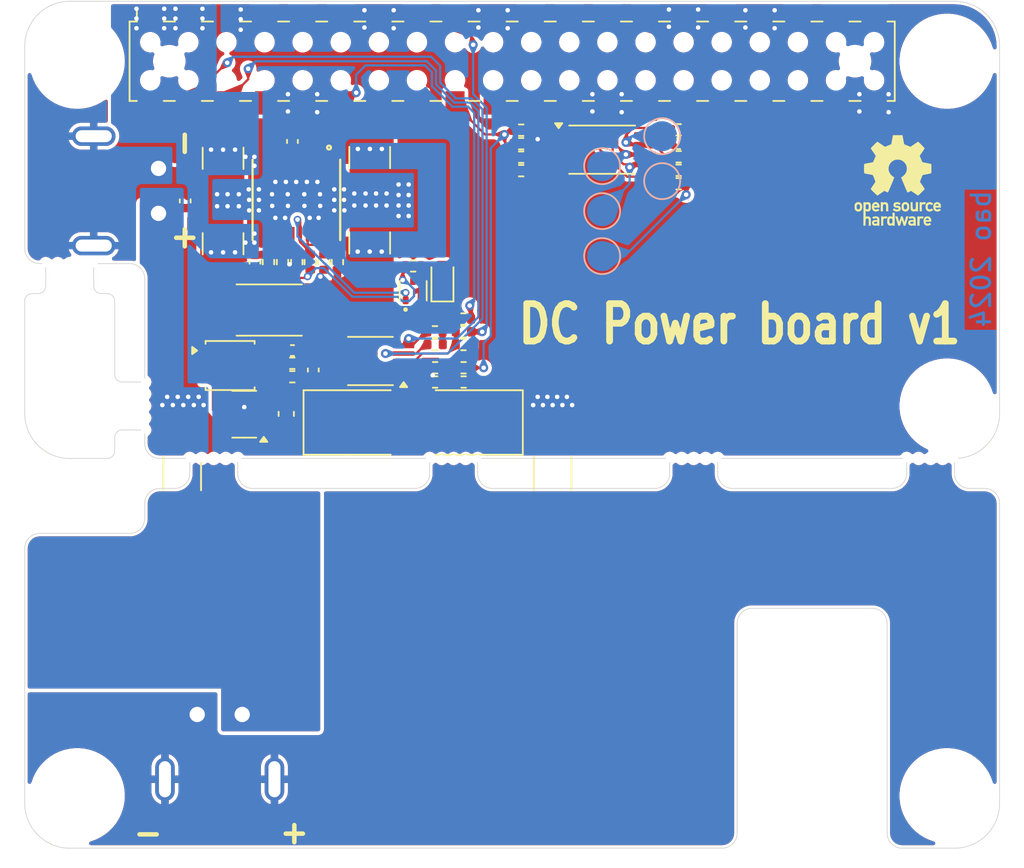
<source format=kicad_pcb>
(kicad_pcb (version 20240108) (generator "pcbnew") (generator_version "8.0")
  (title_block (title "DC Power board v1"))
  (layers (0 "F.Cu" signal) (31 "B.Cu" signal) (34 "B.Paste" user) (35 "F.Paste" user) (36 "B.SilkS" user "B.Silkscreen") (37 "F.SilkS" user "F.Silkscreen") (38 "B.Mask" user) (39 "F.Mask" user) (44 "Edge.Cuts" user))
  (net 0 "")
  (net 1 "/Reverse polarity protection/IN")
  (net 2 "Net-(D1-A)")
  (net 3 "GND")
  (net 4 "Net-(U1-VCAP)")
  (net 5 "Net-(U3-FB)")
  (net 6 "Net-(D1-K)")
  (net 7 "Net-(D2-A)")
  (net 8 "Net-(J2-Pin_1)")
  (net 9 "/SDA1")
  (net 11 "Net-(J3-Pin_12)")
  (net 14 "/SCL1")
  (net 24 "/ID_SD")
  (net 28 "+5V")
  (net 29 "/ID_SC")
  (net 32 "/Power monitor/IN")
  (net 33 "Net-(J3-Pin_17)")
  (net 34 "/PG")
  (net 37 "GND1")
  (net 38 "/DC-DC converter/IN")
  (net 43 "Net-(Q2-G)")
  (net 44 "+3V3")
  (net 45 "Net-(U3-EN)")
  (net 46 "Net-(U2-A1)")
  (net 47 "Net-(U2-A0)")
  (net 48 "Net-(U4-WP)")
  (net 49 "Net-(U2-Vin+)")
  (net 50 "Net-(U2-Vin-)")
  (net 51 "Net-(U3-RT)")
  (net 53 "/~{ALERT}")
  (net 55 "Net-(U3-CBOOT)")
  (net 57 "Net-(U4-A0)")
  (net 58 "Net-(U4-A1)")
  (footprint "Capacitor_SMD:C_0603_1608Metric" (layer "F.Cu") (at 113.9375 123.525 -90)
    (property "Reference" "C2" (hide yes))
    (property "Value" "1u")
  )
  (footprint "bao-lib:Drill_0.5mm" (layer "F.Cu") (at 110.7 126.5)
    (property "Reference" "REF**" (hide yes))
    (property "Value" "D05")
  )
  (footprint "Resistor_SMD:R_0402_1005Metric" (layer "F.Cu") (at 114.34 121.05)
    (property "Reference" "R5" (hide yes))
    (property "Value" "100")
  )
  (footprint "Resistor_SMD:R_0402_1005Metric" (layer "F.Cu") (at 140.1 107.275 180)
    (property "Reference" "R27" (hide yes))
    (property "Value" "3.9k")
  )
  (footprint "bao-lib:HARWIN_S1911-46R" (layer "F.Cu") (at 131.7 127.49 90)
    (property "Reference" "JP2" (hide yes))
    (property "Value" "0")
  )
  (footprint "Resistor_SMD:R_0402_1005Metric" (layer "F.Cu") (at 123.8625 120.45 180)
    (property "Reference" "R11" (hide yes))
    (property "Value" "0")
  )
  (footprint "Resistor_SMD:R_0402_1005Metric" (layer "F.Cu") (at 125.75 118.9 180)
    (property "Reference" "R13" (hide yes))
    (property "Value" "10k")
  )
  (footprint "Resistor_SMD:R_0402_1005Metric" (layer "F.Cu") (at 123.8625 121.4 180)
    (property "Reference" "R8" (hide yes))
    (property "Value" "0")
  )
  (footprint "Package_TO_SOT_SMD:SOT-523" (layer "F.Cu") (at 122.4 115.31625 90)
    (property "Reference" "Q1" (hide yes))
    (property "Value" "DMG1012T")
  )
  (footprint "bao-lib:Drill_0.5mm" (layer "F.Cu") (at 104.5 123 90)
    (property "Reference" "REF**" (hide yes))
    (property "Value" "D05")
  )
  (footprint "bao-lib:Drill_0.5mm" (layer "F.Cu") (at 125.1 126.5)
    (property "Reference" "REF**" (hide yes))
    (property "Value" "D05")
  )
  (footprint "Resistor_SMD:R_0402_1005Metric" (layer "F.Cu") (at 140.1 104.575)
    (property "Reference" "R24" (hide yes))
    (property "Value" "0")
  )
  (footprint "Capacitor_SMD:C_0402_1005Metric" (layer "F.Cu") (at 140.1 105.5)
    (property "Reference" "C11" (hide yes))
    (property "Value" "100n")
  )
  (footprint "bao-lib:Drill_0.5mm" (layer "F.Cu") (at 97.9 113.5 180)
    (property "Reference" "REF**" (hide yes))
    (property "Value" "D05")
  )
  (footprint "Capacitor_SMD:C_1210_3225Metric" (layer "F.Cu") (at 109.724685 106.475 -90)
    (property "Reference" "C9" (hide yes))
    (property "Value" "47u")
  )
  (footprint "bao-lib:Drill_0.5mm" (layer "F.Cu") (at 104.5 123.8 -90)
    (property "Reference" "REF**" (hide yes))
    (property "Value" "D05")
  )
  (footprint "Fiducial:Fiducial_1.5mm_Mask3mm" (layer "F.Cu") (at 159 144)
    (property "Reference" "FID2" (hide yes))
    (property "Value" "Fiducial")
  )
  (footprint "Diode_SMD:D_SMB" (layer "F.Cu") (at 126.05 124.1 180)
    (property "Reference" "D3" (hide yes))
    (property "Value" "SMBJ26A")
  )
  (footprint "bao-lib:MountingHole_2.75mm_M2.5" (layer "F.Cu") (at 100 123)
    (property "Reference" "H5" (hide yes))
    (property "Value" "MountingHole")
  )
  (footprint "Resistor_SMD:R_0402_1005Metric" (layer "F.Cu") (at 140.1 106.375 180)
    (property "Reference" "R25" (hide yes))
    (property "Value" "1k")
  )
  (footprint "bao-lib:MountingHole_2.75mm_M2.5" (layer "F.Cu") (at 158 123)
    (property "Reference" "H6" (hide yes))
    (property "Value" "MountingHole")
  )
  (footprint "Resistor_SMD:R_0402_1005Metric" (layer "F.Cu") (at 123.85 118.05 180)
    (property "Reference" "R12" (hide yes))
    (property "Value" "3.9k")
  )
  (footprint "Capacitor_SMD:C_0402_1005Metric" (layer "F.Cu") (at 114.35 119.3)
    (property "Reference" "C4" (hide yes))
    (property "Value" "100n")
  )
  (footprint "bao-lib:Drill_0.5mm" (layer "F.Cu") (at 142.7 126.5)
    (property "Reference" "REF**" (hide yes))
    (property "Value" "D05")
  )
  (footprint "bao-lib:Drill_0.5mm" (layer "F.Cu") (at 109.9 126.5)
    (property "Reference" "REF**" (hide yes))
    (property "Value" "D05")
  )
  (footprint "Resistor_SMD:R_0402_1005Metric" (layer "F.Cu") (at 125.76 120.45 180)
    (property "Reference" "R10" (hide yes))
    (property "Value" "0")
  )
  (footprint "Package_SO:TSSOP-8_4.4x3mm_P0.65mm" (layer "F.Cu") (at 135 105.9)
    (property "Reference" "U4" (hide yes))
    (property "Value" "CAT24C32")
  )
  (footprint "Resistor_SMD:R_0402_1005Metric" (layer "F.Cu") (at 114.637821 113.4 -90)
    (property "Reference" "R17" (hide yes))
    (property "Value" "13k")
  )
  (footprint "bao-lib:Drill_0.5mm" (layer "F.Cu") (at 101.1 113.5)
    (property "Reference" "REF**" (hide yes))
    (property "Value" "D05")
  )
  (footprint "bao-lib:Drill_0.5mm" (layer "F.Cu") (at 156.1 126.5 180)
    (property "Reference" "REF**" (hide yes))
    (property "Value" "D05")
  )
  (footprint "Resistor_SMD:R_0402_1005Metric" (layer "F.Cu") (at 123.8625 118.9 180)
    (property "Reference" "R9" (hide yes))
    (property "Value" "3.9k")
  )
  (footprint "bao-lib:HARWIN_S1911-46R" (layer "F.Cu") (at 107 127.49 90)
    (property "Reference" "JP1" (hide yes))
    (property "Value" "0")
  )
  (footprint "bao-lib:Drill_0.5mm" (layer "F.Cu") (at 156.9 126.5)
    (property "Reference" "REF**" (hide yes))
    (property "Value" "D05")
  )
  (footprint "Resistor_SMD:R_0402_1005Metric" (layer "F.Cu") (at 125.7625 121.4 180)
    (property "Reference" "R7" (hide yes))
    (property "Value" "0")
  )
  (footprint "Fiducial:Fiducial_1.5mm_Mask3mm" (layer "F.Cu") (at 159 105)
    (property "Reference" "FID1" (hide yes))
    (property "Value" "Fiducial")
  )
  (footprint "bao-lib:Drill_0.5mm" (layer "F.Cu") (at 125.9 126.5)
    (property "Reference" "REF**" (hide yes))
    (property "Value" "D05")
  )
  (footprint "Resistor_SMD:R_0402_1005Metric" (layer "F.Cu") (at 114.34 120.15)
    (property "Reference" "R6" (hide yes))
    (property "Value" "100")
  )
  (footprint "bao-lib:Drill_0.5mm" (layer "F.Cu") (at 157.7 126.5)
    (property "Reference" "REF**" (hide yes))
    (property "Value" "D05")
  )
  (footprint "Resistor_SMD:R_0402_1005Metric" (layer "F.Cu") (at 117.35 113.4 90)
    (property "Reference" "R14" (hide yes))
    (property "Value" "374k")
  )
  (footprint "bao-lib:MountingHole_2.75mm_M2.5" (layer "F.Cu") (at 158 149)
    (property "Reference" "H3" (hide yes))
    (property "Value" "MountingHole")
  )
  (footprint "bao-lib:Drill_0.5mm" (layer "F.Cu") (at 100.3 113.5)
    (property "Reference" "REF**" (hide yes))
    (property "Value" "D05")
  )
  (footprint "Resistor_SMD:R_0402_1005Metric" (layer "F.Cu") (at 129.6 104.6)
    (property "Reference" "R20" (hide yes))
    (property "Value" "0")
  )
  (footprint "bao-lib:R_Shunt_Vishay_WPC2512_6332Metric_R001~R056" (layer "F.Cu") (at 112.8 116.6 180)
    (property "Reference" "R4" (hide yes))
    (property "Value" "16m")
  )
  (footprint "LED_SMD:LED_0603_1608Metric" (layer "F.Cu") (at 124.35 114.54125 90)
    (property "Reference" "D1" (hide yes))
    (property "Value" "155060VS75300")
  )
  (footprint "bao-lib:Drill_0.5mm" (layer "F.Cu") (at 98.7 113.5 180)
    (property "Reference" "REF**" (hide yes))
    (property "Value" "D05")
  )
  (footprint "Capacitor_SMD:C_1210_3225Metric" (layer "F.Cu") (at 119.5 112.125 90)
    (property "Reference" "C5" (hide yes))
    (property "Value" "10u")
  )
  (footprint "bao-lib:Drill_0.5mm" (layer "F.Cu") (at 104.5 124.6 -90)
    (property "Reference" "REF**" (hide yes))
    (property "Value" "D05")
  )
  (footprint "bao-lib:MountingHole_2.75mm_M2.5" (layer "F.Cu") (at 158 100)
    (property "Reference" "H2" (hide yes))
    (property "Value" "MountingHole")
  )
  (footprint "bao-lib:Drill_0.5mm" (layer "F.Cu") (at 141.9 126.5)
    (property "Reference" "REF**" (hide yes))
    (property "Value" "D05")
  )
  (footprint "Resistor_SMD:R_0402_1005Metric" (layer "F.Cu") (at 129.6 107.3)
    (property "Reference" "R23" (hide yes))
    (property "Value" "0")
  )
  (footprint "Fiducial:Fiducial_1.5mm_Mask3mm" (layer "F.Cu") (at 99 144)
    (property "Reference" "FID3" (hide yes))
    (property "Value" "Fiducial")
  )
  (footprint "Resistor_SMD:R_0402_1005Metric" (layer "F.Cu") (at 129.6 106.4)
    (property "Reference" "R22" (hide yes))
    (property "Value" "0")
  )
  (footprint "bao-lib:Samtec_HLE-120-02-xxx-DV-BE-A_2x20_P2.54mm_Horizontal" (layer "F.Cu") (at 129 100)
    (property "Reference" "J3" (hide yes))
    (property "Value" "HLE-120-02-F-DV-BE-A")
  )
  (footprint "bao-lib:Drill_0.5mm" (layer "F.Cu") (at 140.3 126.5 180)
    (property "Reference" "REF**" (hide yes))
    (property "Value" "D05")
  )
  (footprint "Package_SO:Vishay_PowerPAK_1212-8_Single" (layer "F.Cu") (at 110.1925 120.3)
    (property "Reference" "Q2" (hide yes))
    (property "Value" "SISS32LDN")
  )
  (footprint "bao-lib:Drill_0.5mm" (layer "F.Cu") (at 139.5 126.5 180)
    (property "Reference" "REF**" (hide yes))
    (property "Value" "D05")
  )
  (footprint "bao-lib:Drill_0.5mm" (layer "F.Cu") (at 124.3 126.5 180)
    (property "Reference" "REF**" (hide yes))
    (property "Value" "D05")
  )
  (footprint "Capacitor_SMD:C_0402_1005Metric" (layer "F.Cu") (at 107.2 109.32 90)
    (property "Reference" "C1" (hide yes))
    (property "Value" "22n")
  )
  (footprint "bao-lib:Drill_0.5mm" (layer "F.Cu") (at 104.5 121.4 90)
    (property "Reference" "REF**" (hide yes))
    (property "Value" "D05")
  )
  (footprint "Resistor_SMD:R_0402_1005Metric" (layer "F.Cu") (at 115.537821 113.4 90)
    (property "Reference" "R16" (hide yes))
    (property "Value" "100k")
  )
  (footprint "bao-lib:Drill_0.5mm" (layer "F.Cu") (at 108.3 126.5 180)
    (property "Reference" "REF**" (hide yes))
    (property "Value" "D05")
  )
  (footprint "Resistor_SMD:R_0402_1005Metric" (layer "F.Cu") (at 129.6 105.5)
    (property "Reference" "R21" (hide yes))
    (property "Value" "0")
  )
  (footprint "bao-lib:Drill_0.5mm" (layer "F.Cu") (at 99.5 113.5)
    (property "Reference" "REF**" (hide yes))
    (property "Value" "D05")
  )
  (footprint "Symbol:OSHW-Logo_5.7x6mm_SilkScreen" (layer "F.Cu") (at 154.7 107.95)
    (property "Reference" "SYM1" (hide yes))
    (property "Value" "Logo_Open_Hardware_Small" (hide yes))
  )
  (footprint "Resistor_SMD:R_0402_1005Metric" (layer "F.Cu") (at 113.687821 113.4 -90)
    (property "Reference" "R19" (hide yes))
    (property "Value" "10k")
  )
  (footprint "bao-lib:Drill_0.5mm" (layer "F.Cu") (at 123.5 126.5 180)
    (property "Reference" "REF**" (hide yes))
    (property "Value" "D05")
  )
  (footprint "Resistor_SMD:R_0402_1005Metric" (layer "F.Cu") (at 125.75 117.2)
    (property "Reference" "R2" (hide yes))
    (property "Value" "0")
  )
  (footprint "Resistor_SMD:R_0402_1005Metric" (layer "F.Cu") (at 125.75 118.05 180)
    (property "Reference" "R3" (hide yes))
    (property "Value" "0")
  )
  (footprint "Capacitor_SMD:C_0402_1005Metric" (layer "F.Cu") (at 115.74 120.6 90)
    (property "Reference" "C3" (hide yes))
    (property "Value" "100n")
  )
  (footprint "Package_SO:VSSOP-10_3x3mm_P0.5mm" (layer "F.Cu") (at 119.55 120 180)
    (property "Reference" "U2" (hide yes))
    (property "Value" "INA226")
  )
  (footprint "Capacitor_SMD:C_0402_1005Metric" (layer "F.Cu") (at 111.85 113.4 -90)
    (property "Reference" "C8" (hide yes))
    (property "Value" "22p")
  )
  (footprint "Resistor_SMD:R_0402_1005Metric" (layer "F.Cu") (at 122.4 113.65375)
    (property "Reference" "R1" (hide yes))
    (property "Value" "2k2")
  )
  (footprint "bao-lib:MountingHole_2.75mm_M2.5" (layer "F.Cu") (at 100 149)
    (property "Reference" "H4" (hide yes))
    (property "Value" "MountingHole")
  )
  (footprint "Capacitor_SMD:C_1210_3225Metric" (layer "F.Cu") (at 109.724685 112.175 90)
    (property "Reference" "C10" (hide yes))
    (property "Value" "47u")
  )
  (footprint "Package_TO_SOT_SMD:SOT-23-6" (layer "F.Cu") (at 111.1375 123.55 180)
    (property "Reference" "U1" (hide yes))
    (property "Value" "LM74700")
  )
  (footprint "Capacitor_SMD:C_0402_1005Metric" (layer "F.Cu") (at 114.35 105.35 90)
    (property "Reference" "C6" (hide yes))
    (property "Value" "100n")
  )
  (footprint "bao-lib:Drill_0.5mm" (layer "F.Cu") (at 109.1 126.5)
    (property "Reference" "REF**" (hide yes))
    (property "Value" "D05")
  )
  (footprint "bao-lib:MountingHole_2.75mm_M2.5" (layer "F.Cu") (at 100 100)
    (property "Reference" "H1" (hide yes))
    (property "Value" "MountingHole")
  )
  (footprint "bao-lib:B3QFN20_RDL_TEX" (layer "F.Cu") (at 114.612506 109.25 -90)
    (property "Reference" "U3" (hide yes))
    (property "Value" "TPSM63606RDLR")
  )
  (footprint "bao-lib:Drill_0.5mm" (layer "F.Cu") (at 155.3 126.5 180)
    (property "Reference" "REF**" (hide yes))
    (property "Value" "D05")
  )
  (footprint "bao-lib:Drill_0.5mm" (layer "F.Cu") (at 104.5 122.2 90)
    (property "Reference" "REF**" (hide yes))
    (property "Value" "D05")
  )
  (footprint "bao-lib:Drill_0.5mm" (layer "F.Cu") (at 158.5 126.5)
    (property "Reference" "REF**" (hide yes))
    (property "Value" "D05")
  )
  (footprint "bao-lib:436500204" (layer "F.Cu") (at 105.42 110.15 -90)
    (property "Reference" "J1" (hide yes))
    (property "Value" "436500204")
  )
  (footprint "bao-lib:Drill_0.5mm" (layer "F.Cu") (at 141.1 126.5)
    (property "Reference" "REF**" (hide yes))
    (property "Value" "D05")
  )
  (footprint "Diode_SMD:D_SMB" (layer "F.Cu") (at 118.75 124.1)
    (property "Reference" "D2" (hide yes))
    (property "Value" "SMBJ58A")
  )
  (footprint "Resistor_SMD:R_0402_1005Metric" (layer "F.Cu") (at 116.45 113.4 -90)
    (property "Reference" "R15" (hide yes))
    (property "Value" "100k")
  )
  (footprint "bao-lib:Drill_0.5mm" (layer "F.Cu") (at 107.5 126.5 180)
    (property "Reference" "REF**" (hide yes))
    (property "Value" "D05")
  )
  (footprint "Resistor_SMD:R_0402_1005Metric" (layer "F.Cu") (at 140.1 108.175 180)
    (property "Reference" "R26" (hide yes))
    (property "Value" "3.9k")
  )
  (footprint "bao-lib:436500204" (layer "F.Cu") (at 111 143.58)
    (property "Reference" "J2" (hide yes))
    (property "Value" "436500204")
  )
  (footprint "bao-lib:Drill_0.5mm" (layer "F.Cu") (at 126.7 126.5)
    (property "Reference" "REF**" (hide yes))
    (property "Value" "D05")
  )
  (footprint "Resistor_SMD:R_0402_1005Metric" (layer "F.Cu") (at 112.75 113.4 -90)
    (property "Reference" "R18" (hide yes))
    (property "Value" "41.2k")
  )
  (footprint "Capacitor_SMD:C_1210_3225Metric" (layer "F.Cu") (at 119.5 106.425 -90)
    (property "Reference" "C7" (hide yes))
    (property "Value" "10u")
  )
  (footprint "TestPoint:TestPoint_Pad_D2.0mm" (layer "B.Cu") (at 135 107 180)
    (property "Reference" "TP5" (hide yes))
    (property "Value" "SCL")
  )
  (footprint "TestPoint:TestPoint_Pad_D2.0mm" (layer "B.Cu") (at 139 105 180)
    (property "Reference" "TP1" (hide yes))
    (property "Value" "WP")
  )
  (footprint "TestPoint:TestPoint_Pad_D2.0mm" (layer "B.Cu") (at 135 113 180)
    (property "Reference" "TP3" (hide yes))
    (property "Value" "+3V3")
  )
  (footprint "TestPoint:TestPoint_Pad_D2.0mm" (layer "B.Cu") (at 135 110 180)
    (property "Reference" "TP4" (hide yes))
    (property "Value" "SDA")
  )
  (footprint "TestPoint:TestPoint_Pad_D2.0mm" (layer "B.Cu") (at 139 108 180)
    (property "Reference" "TP2" (hide yes))
    (property "Value" "GND")
  )
  (gr_arc (start 155 152.5) (mid 154.292893 152.207107) (end 154 151.5) (stroke (width 0.05)) (layer "Edge.Cuts"))
  (gr_line (start 101.1 113.5) (end 103.5 113.5) (stroke (width 0.05)) (layer "Edge.Cuts"))
  (gr_arc (start 144 151.5) (mid 143.707107 152.207107) (end 143 152.5) (stroke (width 0.05)) (layer "Edge.Cuts"))
  (gr_line (start 161.5 99) (end 161.5 123.5) (stroke (width 0.05)) (layer "Edge.Cuts"))
  (gr_arc (start 102 115.5) (mid 102.353553 115.646447) (end 102.5 116) (stroke (width 0.05)) (layer "Edge.Cuts"))
  (gr_arc (start 158.5 96) (mid 160.62132 96.87868) (end 161.5 99) (stroke (width 0.05)) (layer "Edge.Cuts"))
  (gr_line (start 97.5 113.5) (end 97.9 113.5) (stroke (width 0.05)) (layer "Edge.Cuts"))
  (gr_arc (start 97.9 115) (mid 97.753553 115.353553) (end 97.4 115.5) (stroke (width 0.05)) (layer "Edge.Cuts"))
  (gr_line (start 103.5 131.5) (end 97.5 131.5) (stroke (width 0.05)) (layer "Edge.Cuts"))
  (gr_arc (start 161.5 149.5) (mid 160.62132 151.62132) (end 158.5 152.5) (stroke (width 0.05)) (layer "Edge.Cuts"))
  (gr_arc (start 96.5 99) (mid 97.37868 96.87868) (end 99.5 96) (stroke (width 0.05)) (layer "Edge.Cuts"))
  (gr_arc (start 127.7 128.5) (mid 126.992893 128.207107) (end 126.7 127.5) (stroke (width 0.05)) (layer "Edge.Cuts"))
  (gr_line (start 105.5 128.5) (end 106.5 128.5) (stroke (width 0.05)) (layer "Edge.Cuts"))
  (gr_line (start 97 115.5) (end 97.4 115.5) (stroke (width 0.05)) (layer "Edge.Cuts"))
  (gr_line (start 102.5 116) (end 102.5 120.9) (stroke (width 0.05)) (layer "Edge.Cuts"))
  (gr_line (start 102.5 125.1) (end 102.5 126) (stroke (width 0.05)) (layer "Edge.Cuts"))
  (gr_arc (start 143.7 128.5) (mid 142.992893 128.207107) (end 142.7 127.5) (stroke (width 0.05)) (layer "Edge.Cuts"))
  (gr_line (start 153 136.5) (end 145 136.5) (stroke (width 0.05)) (layer "Edge.Cuts"))
  (gr_arc (start 97.5 113.5) (mid 96.792893 113.207107) (end 96.5 112.5) (stroke (width 0.05)) (layer "Edge.Cuts"))
  (gr_arc (start 107.5 127.5) (mid 107.207107 128.207107) (end 106.5 128.5) (stroke (width 0.05)) (layer "Edge.Cuts"))
  (gr_arc (start 102.5 125.1) (mid 102.646447 124.746447) (end 103 124.6) (stroke (width 0.05)) (layer "Edge.Cuts"))
  (gr_arc (start 104.5 130.5) (mid 104.207107 131.207107) (end 103.5 131.5) (stroke (width 0.05)) (layer "Edge.Cuts"))
  (gr_arc (start 99.5 152.5) (mid 97.37868 151.62132) (end 96.5 149.5) (stroke (width 0.05)) (layer "Edge.Cuts"))
  (gr_arc (start 155.3 127.5) (mid 155.007107 128.207107) (end 154.3 128.5) (stroke (width 0.05)) (layer "Edge.Cuts"))
  (gr_line (start 127.7 128.5) (end 138.5 128.5) (stroke (width 0.05)) (layer "Edge.Cuts"))
  (gr_line (start 161.5 149.5) (end 161.5 129.5) (stroke (width 0.05)) (layer "Edge.Cuts"))
  (gr_arc (start 96.5 132.5) (mid 96.792893 131.792893) (end 97.5 131.5) (stroke (width 0.05)) (layer "Edge.Cuts"))
  (gr_line (start 97.9 115) (end 97.9 113.5) (stroke (width 0.05)) (layer "Edge.Cuts"))
  (gr_arc (start 99.5 126.5) (mid 97.37868 125.62132) (end 96.5 123.5) (stroke (width 0.05)) (layer "Edge.Cuts"))
  (gr_line (start 142.7 126.5) (end 155.3 126.5) (stroke (width 0.05)) (layer "Edge.Cuts"))
  (gr_line (start 155.3 127.5) (end 155.3 126.5) (stroke (width 0.05)) (layer "Edge.Cuts"))
  (gr_line (start 104.5 114.5) (end 104.5 121.4) (stroke (width 0.05)) (layer "Edge.Cuts"))
  (gr_arc (start 144 137.5) (mid 144.292893 136.792893) (end 145 136.5) (stroke (width 0.05)) (layer "Edge.Cuts"))
  (gr_line (start 104.5 124.6) (end 103 124.6) (stroke (width 0.05)) (layer "Edge.Cuts"))
  (gr_line (start 96.5 99) (end 96.5 112.5) (stroke (width 0.05)) (layer "Edge.Cuts"))
  (gr_line (start 158.5 152.5) (end 155 152.5) (stroke (width 0.05)) (layer "Edge.Cuts"))
  (gr_line (start 104.5 124.6) (end 104.5 125.5) (stroke (width 0.05)) (layer "Edge.Cuts"))
  (gr_arc (start 123.5 127.5) (mid 123.207107 128.207107) (end 122.5 128.5) (stroke (width 0.05)) (layer "Edge.Cuts"))
  (gr_line (start 159.5 128.5) (end 160.5 128.5) (stroke (width 0.05)) (layer "Edge.Cuts"))
  (gr_line (start 123.5 126.5) (end 110.7 126.5) (stroke (width 0.05)) (layer "Edge.Cuts"))
  (gr_line (start 123.5 127.5) (end 123.5 126.5) (stroke (width 0.05)) (layer "Edge.Cuts"))
  (gr_line (start 101.6 115.5) (end 102 115.5) (stroke (width 0.05)) (layer "Edge.Cuts"))
  (gr_line (start 139.5 127.5) (end 139.5 126.5) (stroke (width 0.05)) (layer "Edge.Cuts"))
  (gr_arc (start 103.5 113.5) (mid 104.207107 113.792893) (end 104.5 114.5) (stroke (width 0.05)) (layer "Edge.Cuts"))
  (gr_line (start 99.5 96) (end 158.5 96) (stroke (width 0.05)) (layer "Edge.Cuts"))
  (gr_line (start 101.1 115) (end 101.1 113.5) (stroke (width 0.05)) (layer "Edge.Cuts"))
  (gr_arc (start 111.7 128.5) (mid 110.992893 128.207107) (end 110.7 127.5) (stroke (width 0.05)) (layer "Edge.Cuts"))
  (gr_line (start 104.5 129.5) (end 104.5 130.5) (stroke (width 0.05)) (layer "Edge.Cuts"))
  (gr_line (start 154 151.5) (end 154 137.5) (stroke (width 0.05)) (layer "Edge.Cuts"))
  (gr_arc (start 102.5 126) (mid 102.353553 126.353553) (end 102 126.5) (stroke (width 0.05)) (layer "Edge.Cuts"))
  (gr_line (start 107.5 127.5) (end 107.5 126.5) (stroke (width 0.05)) (layer "Edge.Cuts"))
  (gr_line (start 158.5 127.5) (end 158.5 126.5) (stroke (width 0.05)) (layer "Edge.Cuts"))
  (gr_line (start 104.5 121.4) (end 103 121.4) (stroke (width 0.05)) (layer "Edge.Cuts"))
  (gr_line (start 144 137.5) (end 144 151.5) (stroke (width 0.05)) (layer "Edge.Cuts"))
  (gr_line (start 126.7 127.5) (end 126.7 126.5) (stroke (width 0.05)) (layer "Edge.Cuts"))
  (gr_arc (start 153 136.5) (mid 153.707107 136.792893) (end 154 137.5) (stroke (width 0.05)) (layer "Edge.Cuts"))
  (gr_arc (start 159.5 128.5) (mid 158.792893 128.207107) (end 158.5 127.5) (stroke (width 0.05)) (layer "Edge.Cuts"))
  (gr_arc (start 103 121.4) (mid 102.646447 121.253553) (end 102.5 120.9) (stroke (width 0.05)) (layer "Edge.Cuts"))
  (gr_line (start 105.5 126.5) (end 107.5 126.5) (stroke (width 0.05)) (layer "Edge.Cuts"))
  (gr_arc (start 161.5 123.5) (mid 160.62132 125.62132) (end 158.5 126.5) (stroke (width 0.05)) (layer "Edge.Cuts"))
  (gr_arc (start 104.5 129.5) (mid 104.792893 128.792893) (end 105.5 128.5) (stroke (width 0.05)) (layer "Edge.Cuts"))
  (gr_line (start 99.5 152.5) (end 143 152.5) (stroke (width 0.05)) (layer "Edge.Cuts"))
  (gr_arc (start 96.5 116) (mid 96.646447 115.646447) (end 97 115.5) (stroke (width 0.05)) (layer "Edge.Cuts"))
  (gr_line (start 154.3 128.5) (end 143.7 128.5) (stroke (width 0.05)) (layer "Edge.Cuts"))
  (gr_arc (start 105.5 126.5) (mid 104.792893 126.207107) (end 104.5 125.5) (stroke (width 0.05)) (layer "Edge.Cuts"))
  (gr_line (start 96.5 116) (end 96.5 123.5) (stroke (width 0.05)) (layer "Edge.Cuts"))
  (gr_line (start 139.5 126.5) (end 126.7 126.5) (stroke (width 0.05)) (layer "Edge.Cuts"))
  (gr_line (start 99.5 126.5) (end 102 126.5) (stroke (width 0.05)) (layer "Edge.Cuts"))
  (gr_line (start 96.5 149.5) (end 96.5 132.5) (stroke (width 0.05)) (layer "Edge.Cuts"))
  (gr_arc (start 160.5 128.5) (mid 161.207107 128.792893) (end 161.5 129.5) (stroke (width 0.05)) (layer "Edge.Cuts"))
  (gr_line (start 142.7 127.5) (end 142.7 126.5) (stroke (width 0.05)) (layer "Edge.Cuts"))
  (gr_arc (start 101.6 115.5) (mid 101.246447 115.353553) (end 101.1 115) (stroke (width 0.05)) (layer "Edge.Cuts"))
  (gr_line (start 111.7 128.5) (end 122.5 128.5) (stroke (width 0.05)) (layer "Edge.Cuts"))
  (gr_arc (start 139.5 127.5) (mid 139.207107 128.207107) (end 138.5 128.5) (stroke (width 0.05)) (layer "Edge.Cuts"))
  (gr_line (start 110.7 127.5) (end 110.7 126.5) (stroke (width 0.05)) (layer "Edge.Cuts"))
  (gr_text "bao 2024" (at 161 108.5 90) (layer "B.Cu") (effects (font (size 1.25 1.25) (thickness 0.2)) (justify left bottom mirror)))
  (gr_text "-" (at 106.4 104.35 -90) (layer "F.SilkS") (effects (font (size 1.5 1.5) (thickness 0.3) (bold yes)) (justify left bottom)))
  (gr_text "+" (at 106.4 110.65 -90) (layer "F.SilkS") (effects (font (size 1.5 1.5) (thickness 0.3) (bold yes)) (justify left bottom)))
  (gr_text "-" (at 103.6 152.35 0) (layer "F.SilkS") (effects (font (size 1.5 1.5) (thickness 0.3) (bold yes)) (justify left bottom)))
  (gr_text "DC Power board v1" (at 129.2 119 0) (layer "F.SilkS") (effects (font (size 2.5 2) (thickness 0.45)) (justify left bottom)))
  (gr_text "+" (at 113.35 152.3 0) (layer "F.SilkS") (effects (font (size 1.5 1.5) (thickness 0.3) (bold yes)) (justify left bottom)))
  (segment (start 113.7875 122.6) (end 113.9375 122.75) (width 0.15) (layer "F.Cu") (net 1))
  (via (at 106 122.39) (size 0.5) (drill 0.3) (layers "F.Cu" "B.Cu") (net 1))
  (via (at 108.1 122.39) (size 0.5) (drill 0.3) (layers "F.Cu" "B.Cu") (net 1))
  (via (at 106.7 122.39) (size 0.5) (drill 0.3) (layers "F.Cu" "B.Cu") (net 1))
  (via (at 107.074998 122.93993) (size 0.5) (drill 0.3) (layers "F.Cu" "B.Cu") (net 1))
  (via (at 105.674998 122.93993) (size 0.5) (drill 0.3) (layers "F.Cu" "B.Cu") (net 1))
  (via (at 106.374998 122.93993) (size 0.5) (drill 0.3) (layers "F.Cu" "B.Cu") (net 1))
  (via (at 108.425 122.940037) (size 0.5) (drill 0.3) (layers "F.Cu" "B.Cu") (net 1))
  (via (at 107.774998 122.93993) (size 0.5) (drill 0.3) (layers "F.Cu" "B.Cu") (net 1))
  (via (at 107.4 122.39) (size 0.5) (drill 0.3) (layers "F.Cu" "B.Cu") (net 1))
  (segment (start 124.25 113.65375) (end 124.35 113.75375) (width 0.15) (layer "F.Cu") (net 2))
  (segment (start 122.91 113.65375) (end 124.25 113.65375) (width 0.15) (layer "F.Cu") (net 2))
  (segment (start 113.862317 110.450192) (end 113.862509 110.45) (width 0.2) (layer "F.Cu") (net 3))
  (segment (start 113.862317 107.999811) (end 113.912506 108.05) (width 0.2) (layer "F.Cu") (net 3))
  (segment (start 130.7 105.2) (end 130.41 105.2) (width 0.15) (layer "F.Cu") (net 3))
  (segment (start 111.1375 123.075) (end 111.6125 123.55) (width 0.15) (layer "F.Cu") (net 3))
  (segment (start 130.41 105.2) (end 130.11 105.5) (width 0.15) (layer "F.Cu") (net 3))
  (segment (start 111.6125 123.55) (end 112.275 123.55) (width 0.15) (layer "F.Cu") (net 3))
  (via (at 116 102.2) (size 0.5) (drill 0.3) (layers "F.Cu" "B.Cu") (net 3))
  (via (at 112.987506 108.875) (size 0.5) (drill 0.3) (layers "F.Cu" "B.Cu") (net 3))
  (via (at 113 109.65) (size 0.5) (drill 0.3) (layers "F.Cu" "B.Cu") (net 3))
  (via (at 126.75 96.6) (size 0.5) (drill 0.3) (layers "F.Cu" "B.Cu") (net 3))
  (via (at 122.1 108.225) (size 0.5) (drill 0.3) (layers "F.Cu" "B.Cu") (net 3))
  (via (at 130.7 105.2) (size 0.5) (drill 0.3) (layers "F.Cu" "B.Cu") (net 3))
  (via (at 126.75 97.75) (size 0.5) (drill 0.3) (layers "F.Cu" "B.Cu") (net 3))
  (via (at 144.55 96.6) (size 0.5) (drill 0.3) (layers "F.Cu" "B.Cu") (net 3))
  (via (at 130.7 122.39) (size 0.5) (drill 0.3) (layers "F.Cu" "B.Cu") (net 3))
  (via (at 134.35 103.35) (size 0.5) (drill 0.3) (layers "F.Cu" "B.Cu") (net 3))
  (via (at 110.024685 109.675) (size 0.5) (drill 0.3) (layers "F.Cu" "B.Cu") (net 3))
  (via (at 119.225 109.625) (size 0.5) (drill 0.3) (layers "F.Cu" "B.Cu") (net 3))
  (via (at 119.15 97.75) (size 0.5) (drill 0.3) (layers "F.Cu" "B.Cu") (net 3))
  (via (at 118.475 109.625) (size 0.5) (drill 0.3) (layers "F.Cu" "B.Cu") (net 3))
  (via (at 110.774685 109.675) (size 0.5) (drill 0.3) (layers "F.Cu" "B.Cu") (net 3))
  (via (at 116.012506 108.05) (size 0.5) (drill 0.3) (layers "F.Cu" "B.Cu") (net 3))
  (via (at 134.35 102.2) (size 0.5) (drill 0.3) (layers "F.Cu" "B.Cu") (net 3))
  (via (at 112.112506 108.55) (size 0.5) (drill 0.3) (layers "F.Cu" "B.Cu") (net 3))
  (via (at 132.650006 122.390161) (size 0.5) (drill 0.3) (layers "F.Cu" "B.Cu") (net 3))
  (via (at 131.350002 122.390296) (size 0.5) (drill 0.3) (layers "F.Cu" "B.Cu") (net 3))
  (via (at 128.7 96.6) (size 0.5) (drill 0.3) (layers "F.Cu" "B.Cu") (net 3))
  (via (at 109.324685 109.675) (size 0.5) (drill 0.3) (layers "F.Cu" "B.Cu") (net 3))
  (via (at 132.000004 122.390091) (size 0.5) (drill 0.3) (layers "F.Cu" "B.Cu") (net 3))
  (via (at 136.3 103.4) (size 0.5) (drill 0.3) (layers "F.Cu" "B.Cu") (net 3))
  (via (at 117.137506 108.55) (size 0.5) (drill 0.3) (layers "F.Cu" "B.Cu") (net 3))
  (via (at 115.137506 108.875) (size 0.5) (drill 0.3) (layers "F.Cu" "B.Cu") (net 3))
  (via (at 122.1 109.625) (size 0.5) (drill 0.3) (layers "F.Cu" "B.Cu") (net 3))
  (via (at 121.425 109.625) (size 0.5) (drill 0.3) (layers "F.Cu" "B.Cu") (net 3))
  (via (at 119.925 109.625) (size 0.5) (drill 0.3) (layers "F.Cu" "B.Cu") (net 3))
  (via (at 116.095759 110.448529) (size 0.5) (drill 0.3) (layers "F.Cu" "B.Cu") (net 3))
  (via (at 116.212578 114.365001) (size 0.5) (drill 0.3) (layers "F.Cu" "B.Cu") (net 3))
  (via (at 122.1 110.325) (size 0.5) (drill 0.3) (layers "F.Cu" "B.Cu") (net 3))
  (via (at 133.000002 122.939982) (size 0.5) (drill 0.3) (layers "F.Cu" "B.Cu") (net 3))
  (via (at 118.475 108.825) (size 0.5) (drill 0.3) (layers "F.Cu" "B.Cu") (net 3))
  (via (at 121.1 97.8) (size 0.5) (drill 0.3) (layers "F.Cu" "B.Cu") (net 3))
  (via (at 112.112506 109.95) (size 0.5) (drill 0.3) (layers "F.Cu" "B.Cu") (net 3))
  (via (at 110.024685 108.875) (size 0.5) (drill 0.3) (layers "F.Cu" "B.Cu") (net 3))
  (via (at 110.9 97.9) (size 0.5) (drill 0.3) (layers "F.Cu" "B.Cu") (net 3))
  (via (at 114.05 109.65) (size 0.5) (drill 0.3) (layers "F.Cu" "B.Cu") (net 3))
  (via (at 119.15 96.6) (size 0.5) (drill 0.3) (layers "F.Cu" "B.Cu") (net 3))
  (via (at 116.2 109.65) (size 0.5) (drill 0.3) (layers "F.Cu" "B.Cu") (net 3))
  (via (at 146.5 96.6) (size 0.5) (drill 0.3) (layers "F.Cu" "B.Cu") (net 3))
  (via (at 141.4 96.55) (size 0.5) (drill 0.3) (layers "F.Cu" "B.Cu") (net 3))
  (via (at 111.462506 109.95) (size 0.5) (drill 0.3) (layers "F.Cu" "B.Cu") (net 3))
  (via (at 114.037506 108.875) (size 0.5) (drill 0.3) (layers "F.Cu" "B.Cu") (net 3))
  (via (at 152.15 102.2) (size 0.5) (drill 0.3) (layers "F.Cu" "B.Cu") (net 3))
  (via (at 121.1 96.6) (size 0.5) (drill 0.3) (layers "F.Cu" "B.Cu") (net 3))
  (via (at 111.437506 108.55) (size 0.5) (drill 0.3) (layers "F.Cu" "B.Cu") (net 3))
  (via (at 113.212506 108.05) (size 0.5) (drill 0.3) (layers "F.Cu" "B.Cu") (net 3))
  (via (at 110.9 96.55) (size 0.5) (drill 0.3) (layers "F.Cu" "B.Cu") (net 3))
  (via (at 113.212506 110.45) (size 0.5) (drill 0.3) (layers "F.Cu" "B.Cu") (net 3))
  (via (at 141.4 97.75) (size 0.5) (drill 0.3) (layers "F.Cu" "B.Cu") (net 3))
  (via (at 114.6 108.05) (size 0.5) (drill 0.3) (layers "F.Cu" "B.Cu") (net 3))
  (via (at 109.324685 108.875) (size 0.5) (drill 0.3) (layers "F.Cu" "B.Cu") (net 3))
  (via (at 112.112506 109.25) (size 0.5) (drill 0.3) (layers "F.Cu" "B.Cu") (net 3))
  (via (at 121.425 108.225) (size 0.5) (drill 0.3) (layers "F.Cu" "B.Cu") (net 3))
  (via (at 117.812506 109.95) (size 0.5) (drill 0.3) (layers "F.Cu" "B.Cu") (net 3))
  (via (at 121.425 110.325) (size 0.5) (drill 0.3) (layers "F.Cu" "B.Cu") (net 3))
  (via (at 139.45 97.7) (size 0.5) (drill 0.3) (layers "F.Cu" "B.Cu") (net 3))
  (via (at 117.137506 109.95) (size 0.5) (drill 0.3) (layers "F.Cu" "B.Cu") (net 3))
  (via (at 119.225 108.825) (size 0.5) (drill 0.3) (layers "F.Cu" "B.Cu") (net 3))
  (via (at 132.35 122.94) (size 0.5) (drill 0.3) (layers "F.Cu" "B.Cu") (net 3))
  (via (at 110.9 97.2) (size 0.5) (drill 0.3) (layers "F.Cu" "B.Cu") (net 3))
  (via (at 131.699998 122.93993) (size 0.5) (drill 0.3) (layers "F.Cu" "B.Cu") (net 3))
  (via (at 144.55 97.75) (size 0.5) (drill 0.3) (layers "F.Cu" "B.Cu") (net 3))
  (via (at 111.462503 109.25) (size 0.5) (drill 0.3) (layers "F.Cu" "B.Cu") (net 3))
  (via (at 130.399994 122.939839) (size 0.5) (drill 0.3) (layers "F.Cu" "B.Cu") (net 3))
  (via (at 110.774685 108.875) (size 0.5) (drill 0.3) (layers "F.Cu" "B.Cu") (net 3))
  (via (at 146.5 97.8) (size 0.5) (drill 0.3) (layers "F.Cu" "B.Cu") (net 3))
  (via (at 120.625 108.825) (size 0.5) (drill 0.3) (layers "F.Cu" "B.Cu") (net 3))
  (via (at 117.787506 108.55) (size 0.5) (drill 0.3) (layers "F.Cu" "B.Cu") (net 3))
  (via (at 123.7 120.95) (size 0.5) (drill 0.3) (layers "F.Cu" "B.Cu") (net 3))
  (via (at 139.45 96.55) (size 0.5) (drill 0.3) (layers "F.Cu" "B.Cu") (net 3))
  (via (at 121.425 108.925) (size 0.5) (drill 0.3) (layers "F.Cu" "B.Cu") (net 3))
  (via (at 117.137506 109.25) (size 0.5) (drill 0.3) (layers "F.Cu" "B.Cu") (net 3))
  (via (at 120.625 109.625) (size 0.5) (drill 0.3) (layers "F.Cu" "B.Cu") (net 3))
  (via (at 136.3 102.2) (size 0.5) (drill 0.3) (layers "F.Cu" "B.Cu") (net 3))
  (via (at 113.862509 110.45) (size 0.5) (drill 0.3) (layers "F.Cu" "B.Cu") (net 3))
  (via (at 131.049996 122.940135) (size 0.5) (drill 0.3) (layers "F.Cu" "B.Cu") (net 3))
  (via (at 122.1 108.925) (size 0.5) (drill 0.3) (layers "F.Cu" "B.Cu") (net 3))
  (via (at 154.1 103.4) (size 0.5) (drill 0.3) (layers "F.Cu" "B.Cu") (net 3))
  (via (at 115.5 110.45) (size 0.5) (drill 0.3) (layers "F.Cu" "B.Cu") (net 3))
  (via (at 114.15 113.55) (size 0.5) (drill 0.3) (layers "F.Cu" "B.Cu") (net 3))
  (via (at 115.15 109.65) (size 0.5) (drill 0.3) (layers "F.Cu" "B.Cu") (net 3))
  (via (at 116 103.4) (size 0.5) (drill 0.3) (layers "F.Cu" "B.Cu") (net 3))
  (via (at 115.312506 108.05) (size 0.5) (drill 0.3) (layers "F.Cu" "B.Cu") (net 3))
  (via (at 114.05 102.2) (size 0.5) (drill 0.3) (layers "F.Cu" "B.Cu") (net 3))
  (via (at 114.05 103.35) (size 0.5) (drill 0.3) (layers "F.Cu" "B.Cu") (net 3))
  (via (at 119.925 108.825) (size 0.5) (drill 0.3) (layers "F.Cu" "B.Cu") (net 3))
  (via (at 113.912506 108.05) (size 0.5) (drill 0.3) (layers "F.Cu" "B.Cu") (net 3))
  (via (at 117.787509 109.25) (size 0.5) (drill 0.3) (layers "F.Cu" "B.Cu") (net 3))
  (via (at 152.15 103.35) (size 0.5) (drill 0.3) (layers "F.Cu" "B.Cu") (net 3))
  (via (at 111.1375 123.075) (size 0.6) (drill 0.3) (layers "F.Cu" "B.Cu") (net 3))
  (via (at 128.7 97.8) (size 0.5) (drill 0.3) (layers "F.Cu" "B.Cu") (net 3))
  (via (at 154.1 102.2) (size 0.5) (drill 0.3) (layers "F.Cu" "B.Cu") (net 3))
  (via (at 116.187506 108.875) (size 0.5) (drill 0.3) (layers "F.Cu" "B.Cu") (net 3))
  (segment (start 113.7375 124.5) (end 113.9375 124.3) (width 0.15) (layer "F.Cu") (net 4))
  (segment (start 112.275 124.5) (end 113.7375 124.5) (width 0.15) (layer "F.Cu") (net 4))
  (segment (start 113.362191 111.500059) (end 113.362191 112.12437) (width 0.15) (layer "F.Cu") (net 5))
  (segment (start 113.687821 112.89) (end 113.687821 112.972179) (width 0.15) (layer "F.Cu") (net 5))
  (segment (start 113.687821 112.972179) (end 112.75 113.91) (width 0.15) (layer "F.Cu") (net 5))
  (segment (start 113.362191 112.12437) (end 113.687821 112.45) (width 0.15) (layer "F.Cu") (net 5))
  (segment (start 111.88 113.91) (end 111.85 113.88) (width 0.15) (layer "F.Cu") (net 5))
  (segment (start 113.687821 112.45) (end 113.687821 112.89) (width 0.15) (layer "F.Cu") (net 5))
  (segment (start 112.75 113.91) (end 111.88 113.91) (width 0.15) (layer "F.Cu") (net 5))
  (segment (start 124.0375 115.32875) (end 124.35 115.32875) (width 0.15) (layer "F.Cu") (net 6))
  (segment (start 123.38 114.67125) (end 124.0375 115.32875) (width 0.15) (layer "F.Cu") (net 6))
  (segment (start 122.4 114.67125) (end 123.38 114.67125) (width 0.15) (layer "F.Cu") (net 6))
  (segment (start 120.7 124.1) (end 123.7 124.1) (width 1) (layer "F.Cu") (net 7))
  (segment (start 123.208262 118.9) (end 123.3525 118.9) (width 0.15) (layer "F.Cu") (net 9))
  (segment (start 121.75 119.5) (end 122.608262 119.5) (width 0.15) (layer "F.Cu") (net 9))
  (segment (start 121.75 119.5) (end 120.55 119.5) (width 0.15) (layer "F.Cu") (net 9))
  (segment (start 122.608262 119.5) (end 123.208262 118.9) (width 0.15) (layer "F.Cu") (net 9))
  (segment (start 110 100.1) (end 109.96883 100.1) (width 0.15) (layer "F.Cu") (net 9))
  (segment (start 109.96883 100.1) (end 107.41 102.65883) (width 0.15) (layer "F.Cu") (net 9))
  (segment (start 107.41 102.65883) (end 107.41 102.78) (width 0.15) (layer "F.Cu") (net 9))
  (via (at 120.55 119.5) (size 0.6) (drill 0.3) (layers "F.Cu" "B.Cu") (net 9))
  (via (at 110 100.1) (size 0.6) (drill 0.3) (layers "F.Cu" "B.Cu") (net 9))
  (segment (start 125.24583 102.477) (end 126.285263 102.477) (width 0.15) (layer "B.Cu") (net 9))
  (segment (start 123.6 99.7) (end 124.2 100.3) (width 0.15) (layer "B.Cu") (net 9))
  (segment (start 124.7 119.5) (end 120.55 119.5) (width 0.15) (layer "B.Cu") (net 9))
  (segment (start 124.2 100.3) (end 124.2 101.43117) (width 0.15) (layer "B.Cu") (net 9))
  (segment (start 126.285263 102.477) (end 127.021 103.212738) (width 0.15) (layer "B.Cu") (net 9))
  (segment (start 110.4 99.7) (end 123.6 99.7) (width 0.15) (layer "B.Cu") (net 9))
  (segment (start 127.021 117.179) (end 124.7 119.5) (width 0.15) (layer "B.Cu") (net 9))
  (segment (start 124.2 101.43117) (end 125.24583 102.477) (width 0.15) (layer "B.Cu") (net 9))
  (segment (start 127.021 103.212738) (end 127.021 117.179) (width 0.15) (layer "B.Cu") (net 9))
  (segment (start 110 100.1) (end 110.4 99.7) (width 0.15) (layer "B.Cu") (net 9))
  (segment (start 126.169 116.3) (end 126.169 116.506713) (width 0.15) (layer "F.Cu") (net 11))
  (segment (start 118.25 102.1) (end 117.57 102.78) (width 0.15) (layer "F.Cu") (net 11))
  (segment (start 118.6 102.1) (end 118.25 102.1) (width 0.15) (layer "F.Cu") (net 11))
  (segment (start 126.169 116.506713) (end 126.26 116.597713) (width 0.15) (layer "F.Cu") (net 11))
  (segment (start 126.26 116.597713) (end 126.26 117.25) (width 0.15) (layer "F.Cu") (net 11))
  (via (at 118.6 102.1) (size 0.6) (drill 0.3) (layers "F.Cu" "B.Cu") (net 11))
  (via (at 126.169 116.3) (size 0.6) (drill 0.3) (layers "F.Cu" "B.Cu") (net 11))
  (segment (start 125.016354 103.031) (end 126.055789 103.031) (width 0.15) (layer "B.Cu") (net 11))
  (segment (start 123.185262 100.277) (end 123.646 100.737738) (width 0.15) (layer "B.Cu") (net 11))
  (segment (start 118.6 102.1) (end 118.6 100.9) (width 0.15) (layer "B.Cu") (net 11))
  (segment (start 123.646 101.660646) (end 125.016354 103.031) (width 0.15) (layer "B.Cu") (net 11))
  (segment (start 118.6 100.9) (end 119.223 100.277) (width 0.15) (layer "B.Cu") (net 11))
  (segment (start 126.467 116.002) (end 126.169 116.3) (width 0.15) (layer "B.Cu") (net 11))
  (segment (start 126.055789 103.031) (end 126.467 103.442212) (width 0.15) (layer "B.Cu") (net 11))
  (segment (start 119.223 100.277) (end 123.185262 100.277) (width 0.15) (layer "B.Cu") (net 11))
  (segment (start 126.467 103.442212) (end 126.467 116.002) (width 0.15) (layer "B.Cu") (net 11))
  (segment (start 123.646 100.737738) (end 123.646 101.660646) (width 0.15) (layer "B.Cu") (net 11))
  (segment (start 111.4 101.2) (end 109.95 102.65) (width 0.15) (layer "F.Cu") (net 14))
  (segment (start 121.75 119) (end 122.3 119) (width 0.15) (layer "F.Cu") (net 14))
  (segment (start 121.75 119) (end 121.75 118.85) (width 0.15) (layer "F.Cu") (net 14))
  (segment (start 121.75 118.85) (end 122.1 118.5) (width 0.15) (layer "F.Cu") (net 14))
  (segment (start 111.4 100.5) (end 111.4 101.2) (width 0.15) (layer "F.Cu") (net 14))
  (segment (start 122.3 119) (end 123.25 118.05) (width 0.15) (layer "F.Cu") (net 14))
  (segment (start 123.25 118.05) (end 123.34 118.05) (width 0.15) (layer "F.Cu") (net 14))
  (segment (start 109.95 102.65) (end 109.95 102.78) (width 0.15) (layer "F.Cu") (net 14))
  (via (at 122.1 118.5) (size 0.6) (drill 0.3) (layers "F.Cu" "B.Cu") (net 14))
  (via (at 111.4 100.5) (size 0.6) (drill 0.3) (layers "F.Cu" "B.Cu") (net 14))
  (segment (start 126.744 117.064262) (end 126.744 103.327475) (width 0.15) (layer "B.Cu") (net 14))
  (segment (start 123.923 101.545908) (end 123.923 100.623) (width 0.15) (layer "B.Cu") (net 14))
  (segment (start 123.3 100) (end 111.9 100) (width 0.15) (layer "B.Cu") (net 14))
  (segment (start 126.744 103.327475) (end 126.170526 102.754) (width 0.15) (layer "B.Cu") (net 14))
  (segment (start 123.923 100.623) (end 123.3 100) (width 0.15) (layer "B.Cu") (net 14))
  (segment (start 122.1 118.5) (end 125.308262 118.5) (width 0.15) (layer "B.Cu") (net 14))
  (segment (start 125.131092 102.754) (end 123.923 101.545908) (width 0.15) (layer "B.Cu") (net 14))
  (segment (start 125.308262 118.5) (end 126.744 117.064262) (width 0.15) (layer "B.Cu") (net 14))
  (segment (start 111.9 100) (end 111.4 100.5) (width 0.15) (layer "B.Cu") (net 14))
  (segment (start 126.170526 102.754) (end 125.131092 102.754) (width 0.15) (layer "B.Cu") (net 14))
  (segment (start 137.8625 106.875) (end 136.425 106.875) (width 0.15) (layer "F.Cu") (net 24))
  (segment (start 137.72 102.78) (end 137.89 102.78) (width 0.15) (layer "F.Cu") (net 24))
  (segment (start 137.8625 106.875) (end 138.286432 106.875) (width 0.15) (layer "F.Cu") (net 24))
  (segment (start 137.025 106.875) (end 137.8625 106.875) (width 0.15) (layer "F.Cu") (net 24))
  (segment (start 135.7 104.8) (end 137.72 102.78) (width 0.15) (layer "F.Cu") (net 24))
  (segment (start 138.286432 106.875) (end 139.586432 108.175) (width 0.15) (layer "F.Cu") (net 24))
  (segment (start 139.586432 108.175) (end 139.59 108.175) (width 0.15) (layer "F.Cu") (net 24))
  (segment (start 135.7 106.15) (end 135.7 104.8) (width 0.15) (layer "F.Cu") (net 24))
  (segment (start 136.831587 107.068413) (end 137.025 106.875) (width 0.15) (layer "F.Cu") (net 24))
  (segment (start 137.89 103.296827) (end 137.89 102.72) (width 0.15) (layer "F.Cu") (net 24))
  (segment (start 136.425 106.875) (end 135.7 106.15) (width 0.15) (layer "F.Cu") (net 24))
  (via (at 136.831587 107.068413) (size 0.6) (drill 0.3) (layers "F.Cu" "B.Cu") (net 24))
  (segment (start 136.831587 107.068413) (end 136.831587 108.168413) (width 0.15) (layer "B.Cu") (net 24))
  (segment (start 136.831587 108.168413) (end 135 110) (width 0.15) (layer "B.Cu") (net 24))
  (segment (start 110.529685 114.455) (end 109.724685 113.65) (width 0.15) (layer "F.Cu") (net 28))
  (segment (start 115.26282 114.455) (end 110.529685 114.455) (width 0.15) (layer "F.Cu") (net 28))
  (segment (start 107.43 97.3) (end 107.41 97.28) (width 0.15) (layer "F.Cu") (net 28))
  (segment (start 115.537821 113.91) (end 115.537821 114.179999) (width 0.15) (layer "F.Cu") (net 28))
  (segment (start 112.717821 112.93) (end 112.747821 112.9) (width 0.15) (layer "F.Cu") (net 28))
  (segment (start 114.362443 105.83) (end 112.97 105.83) (width 0.15) (layer "F.Cu") (net 28))
  (segment (start 121.7 113.84375) (end 121.89 113.65375) (width 0.15) (layer "F.Cu") (net 28))
  (segment (start 112.97 105.83) (end 112.487191 106.312809) (width 0.15) (layer "F.Cu") (net 28))
  (segment (start 111.757821 112.93) (end 111.727821 112.9) (width 0.15) (layer "F.Cu") (net 28))
  (segment (start 112.757821 112.89) (end 112.747821 112.9) (width 0.15) (layer "F.Cu") (net 28))
  (segment (start 121.7 114.6) (end 121.7 113.84375) (width 0.15) (layer "F.Cu") (net 28))
  (segment (start 115.537821 114.179999) (end 115.26282 114.455) (width 0.15) (layer "F.Cu") (net 28))
  (segment (start 111.88 112.89) (end 111.85 112.92) (width 0.15) (layer "F.Cu") (net 28))
  (segment (start 112.487191 106.312809) (end 112.487191 107.25) (width 0.15) (layer "F.Cu") (net 28))
  (segment (start 114.362443 106.999941) (end 114.362443 105.83) (width 0.15) (layer "F.Cu") (net 28))
  (via (at 111.812506 106.975) (size 0.5) (drill 0.3) (layers "F.Cu" "B.Cu") (net 28))
  (via (at 108.35 97.8) (size 0.5) (drill 0.3) (layers "F.Cu" "B.Cu") (net 28))
  (via (at 111.812506 111.5) (size 0.5) (drill 0.3) (layers "F.Cu" "B.Cu") (net 28))
  (via (at 111.812506 112.1) (size 0.5) (drill 0.3) (layers "F.Cu" "B.Cu") (net 28))
  (via (at 103.95 96.499994) (size 0.5) (drill 0.3) (layers "F.Cu" "B.Cu") (net 28))
  (via (at 105.8 97.149991) (size 0.5) (drill 0.3) (layers "F.Cu" "B.Cu") (net 28))
  (via (at 108.924685 112.75) (size 0.5) (drill 0.3) (layers "F.Cu" "B.Cu") (net 28))
  (via (at 103.95 97.149997) (size 0.5) (drill 0.3) (layers "F.Cu" "B.Cu") (net 28))
  (via (at 121.7 114.6) (size 0.5) (drill 0.3) (layers "F.Cu" "B.Cu") (net 28))
  (via (at 106.55 97.799994) (size 0.5) (drill 0.3) (layers "F.Cu" "B.Cu") (net 28))
  (via (at 109.724685 105.9) (size 0.5) (drill 0.3) (layers "F.Cu" "B.Cu") (net 28))
  (via (at 103.95 97.8) (size 0.5) (drill 0.3) (layers "F.Cu" "B.Cu") (net 28))
  (via (at 111.812506 106.375) (size 0.5) (drill 0.3) (layers "F.Cu" "B.Cu") (net 28))
  (via (at 115.35891 114.35891) (size 0.5) (drill 0.3) (layers "F.Cu" "B.Cu") (net 28))
  (via (at 108.35 96.499994) (size 0.5) (drill 0.3) (layers "F.Cu" "B.Cu") (net 28))
  (via (at 108.924685 105.9) (size 0.5) (drill 0.3) (layers "F.Cu" "B.Cu") (net 28))
  (via (at 105.8 96.499988) (size 0.5) (drill 0.3) (layers "F.Cu" "B.Cu") (net 28))
  (via (at 109.724685 112.75) (size 0.5) (drill 0.3) (layers "F.Cu" "B.Cu") (net 28))
  (via (at 110.524685 112.75) (size 0.5) (drill 0.3) (layers "F.Cu" "B.Cu") (net 28))
  (via (at 110.524685 105.9) (size 0.5) (drill 0.3) (layers "F.Cu" "B.Cu") (net 28))
  (via (at 105.8 97.799994) (size 0.5) (drill 0.3) (layers "F.Cu" "B.Cu") (net 28))
  (via (at 106.55 96.499988) (size 0.5) (drill 0.3) (layers "F.Cu" "B.Cu") (net 28))
  (via (at 108.35 97.149997) (size 0.5) (drill 0.3) (layers "F.Cu" "B.Cu") (net 28))
  (via (at 111.212506 106.375) (size 0.5) (drill 0.3) (layers "F.Cu" "B.Cu") (net 28))
  (via (at 106.55 97.149991) (size 0.5) (drill 0.3) (layers "F.Cu" "B.Cu") (net 28))
  (via (at 111.212506 112.1) (size 0.5) (drill 0.3) (layers "F.Cu" "B.Cu") (net 28))
  (segment (start 121.7 114.6) (end 121.843639 114.6) (width 0.15) (layer "B.Cu") (net 28))
  (segment (start 122.455 115.671139) (end 122.129889 115.99625) (width 0.15) (layer "B.Cu") (net 28))
  (segment (start 121.670111 115.99625) (end 121.392111 115.71825) (width 0.15) (layer "B.Cu") (net 28))
  (segment (start 115.91782 113.8) (end 115.35891 114.35891) (width 0.15) (layer "B.Cu") (net 28))
  (segment (start 121.392111 115.71825) (end 118.350716 115.71825) (width 0.15) (layer "B.Cu") (net 28))
  (segment (start 122.129889 115.99625) (end 121.670111 115.99625) (width 0.15) (layer "B.Cu") (net 28))
  (segment (start 116.432466 113.8) (end 115.91782 113.8) (width 0.15) (layer "B.Cu") (net 28))
  (segment (start 121.843639 114.6) (end 122.455 115.211361) (width 0.15) (layer "B.Cu") (net 28))
  (segment (start 118.350716 115.71825) (end 116.432466 113.8) (width 0.15) (layer "B.Cu") (net 28))
  (segment (start 122.455 115.211361) (end 122.455 115.671139) (width 0.15) (layer "B.Cu") (net 28))
  (segment (start 137.8625 106.225) (end 136.588174 106.225) (width 0.15) (layer "F.Cu") (net 29))
  (segment (start 136.006587 104.885151) (end 136.991738 103.9) (width 0.15) (layer "F.Cu") (net 29))
  (segment (start 137.8625 106.225) (end 136.575001 106.225) (width 0.15) (layer "F.Cu") (net 29))
  (segment (start 136.588174 106.225) (end 136.581587 106.218413) (width 0.15) (layer "F.Cu") (net 29))
  (segment (start 138.483102 106.225) (end 139.533102 107.275) (width 0.15) (layer "F.Cu") (net 29))
  (segment (start 137.89 97.549132) (end 137.89 97.28) (width 0.15) (layer "F.Cu") (net 29))
  (segment (start 138.6 103.9) (end 139.1 103.4) (width 0.15) (layer "F.Cu") (net 29))
  (segment (start 136.575001 106.225) (end 136.006587 105.656586) (width 0.15) (layer "F.Cu") (net 29))
  (segment (start 137.8625 106.225) (end 137.8875 106.2) (width 0.15) (layer "F.Cu") (net 29))
  (segment (start 137.8625 106.225) (end 138.483102 106.225) (width 0.15) (layer "F.Cu") (net 29))
  (segment (start 136.006587 105.656586) (end 136.006587 104.885151) (width 0.15) (layer "F.Cu") (net 29))
  (segment (start 136.991738 103.9) (end 138.6 103.9) (width 0.15) (layer "F.Cu") (net 29))
  (segment (start 139.533102 107.275) (end 139.59 107.275) (width 0.15) (layer "F.Cu") (net 29))
  (segment (start 139.1 98.43) (end 137.89 97.22) (width 0.15) (layer "F.Cu") (net 29))
  (segment (start 139.1 103.4) (end 139.1 98.43) (width 0.15) (layer "F.Cu") (net 29))
  (via (at 136.581587 106.218413) (size 0.6) (drill 0.3) (layers "F.Cu" "B.Cu") (net 29))
  (segment (start 136.581587 106.218413) (end 135.781587 106.218413) (width 0.15) (layer "B.Cu") (net 29))
  (segment (start 135.781587 106.218413) (end 135.05 106.95) (width 0.15) (layer "B.Cu") (net 29))
  (segment (start 118.35 120) (end 118.55 120.2) (width 0.15) (layer "F.Cu") (net 32))
  (segment (start 118.55 121.425) (end 118.315 121.66) (width 0.15) (layer "F.Cu") (net 32))
  (segment (start 118.315 121.66) (end 112.11 121.66) (width 0.15) (layer "F.Cu") (net 32))
  (segment (start 112.11 121.66) (end 110.75 120.3) (width 0.15) (layer "F.Cu") (net 32))
  (segment (start 117.35 120) (end 118.35 120) (width 0.15) (layer "F.Cu") (net 32))
  (segment (start 112.6 117.225) (end 112.6 119.873568) (width 0.15) (layer "F.Cu") (net 32))
  (segment (start 111.975 116.6) (end 112.6 117.225) (width 0.15) (layer "F.Cu") (net 32))
  (segment (start 112.6 119.873568) (end 113.726432 121) (width 0.15) (layer "F.Cu") (net 32))
  (segment (start 110 121.05) (end 110.75 120.3) (width 0.15) (layer "F.Cu") (net 32))
  (segment (start 113.726432 121) (end 113.83 121) (width 0.15) (layer "F.Cu") (net 32))
  (segment (start 118.55 120.2) (end 118.55 121.425) (width 0.15) (layer "F.Cu") (net 32))
  (segment (start 110 122.6) (end 110 121.05) (width 0.15) (layer "F.Cu") (net 32))
  (segment (start 110.155 116.6) (end 111.975 116.6) (width 0.15) (layer "F.Cu") (net 32))
  (segment (start 125.19 97.22) (end 125.19 97.29) (width 0.15) (layer "F.Cu") (net 33))
  (segment (start 126.26 118.05) (end 127 118.05) (width 0.15) (layer "F.Cu") (net 33))
  (segment (start 125.19 97.29) (end 126.4 98.5) (width 0.15) (layer "F.Cu") (net 33))
  (segment (start 125.19 97.485) (end 125.19 97.28) (width 0.15) (layer "F.Cu") (net 33))
  (segment (start 126.4 98.5) (end 126.4 98.9) (width 0.15) (layer "F.Cu") (net 33))
  (via (at 126.4 98.9) (size 0.6) (drill 0.3) (layers "F.Cu" "B.Cu") (net 33))
  (via (at 127 118.05) (size 0.6) (drill 0.3) (layers "F.Cu" "B.Cu") (net 33))
  (segment (start 126.4 98.9) (end 126.4 102.2) (width 0.15) (layer "B.Cu") (net 33))
  (segment (start 127.298 117.752) (end 127 118.05) (width 0.15) (layer "B.Cu") (net 33))
  (segment (start 126.4 102.2) (end 127.298 103.098) (width 0.15) (layer "B.Cu") (net 33))
  (segment (start 127.298 103.098) (end 127.298 117.752) (width 0.15) (layer "B.Cu") (net 33))
  (segment (start 114.862569 110.739898) (end 114.862569 111.500059) (width 0.15) (layer "F.Cu") (net 34))
  (segment (start 114.862569 112.063045) (end 114.862569 111.500059) (width 0.15) (layer "F.Cu") (net 34))
  (segment (start 121.9 115.96125) (end 121.9 115.44125) (width 0.15) (layer "F.Cu") (net 34))
  (segment (start 114.685418 110.562747) (end 114.862569 110.739898) (width 0.15) (layer "F.Cu") (net 34))
  (segment (start 115.537821 112.738297) (end 114.862569 112.063045) (width 0.15) (layer "F.Cu") (net 34))
  (segment (start 115.537821 112.89) (end 115.537821 112.738297) (width 0.15) (layer "F.Cu") (net 34))
  (via (at 121.9 115.44125) (size 0.5) (drill 0.3) (layers "F.Cu" "B.Cu") (net 34))
  (via (at 114.685418 110.562747) (size 0.5) (drill 0.3) (layers "F.Cu" "B.Cu") (net 34))
  (segment (start 114.685418 110.562747) (end 114.685418 111.685418) (width 0.15) (layer "B.Cu") (net 34))
  (segment (start 114.685418 111.685418) (end 116.523 113.523) (width 0.15) (layer "B.Cu") (net 34))
  (segment (start 116.523 113.523) (end 116.547204 113.523) (width 0.15) (layer "B.Cu") (net 34))
  (segment (start 118.465454 115.44125) (end 121.9 115.44125) (width 0.15) (layer "B.Cu") (net 34))
  (segment (start 116.547204 113.523) (end 118.465454 115.44125) (width 0.15) (layer "B.Cu") (net 34))
  (segment (start 113.1 119.65) (end 113.65 120.2) (width 0.15) (layer "F.Cu") (net 38))
  (segment (start 113.1 117.2) (end 113.1 119.65) (width 0.15) (layer "F.Cu") (net 38))
  (segment (start 113.7 116.6) (end 113.1 117.2) (width 0.15) (layer "F.Cu") (net 38))
  (segment (start 115.445 116.6) (end 113.7 116.6) (width 0.15) (layer "F.Cu") (net 38))
  (segment (start 113.65 120.2) (end 113.83 120.2) (width 0.15) (layer "F.Cu") (net 38))
  (via (at 120.3 112.7) (size 0.5) (drill 0.3) (layers "F.Cu" "B.Cu") (net 38))
  (via (at 118.7 112.7) (size 0.5) (drill 0.3) (layers "F.Cu" "B.Cu") (net 38))
  (via (at 120.312179 105.850059) (size 0.5) (drill 0.3) (layers "F.Cu" "B.Cu") (net 38))
  (via (at 119.5 112.7) (size 0.5) (drill 0.3) (layers "F.Cu" "B.Cu") (net 38))
  (via (at 119.512179 105.850059) (size 0.5) (drill 0.3) (layers "F.Cu" "B.Cu") (net 38))
  (via (at 118.712179 105.850059) (size 0.5) (drill 0.3) (layers "F.Cu" "B.Cu") (net 38))
  (segment (start 109.337501 123.55) (end 109.05 123.262499) (width 0.15) (layer "F.Cu") (net 43))
  (segment (start 110 123.55) (end 109.337501 123.55) (width 0.15) (layer "F.Cu") (net 43))
  (segment (start 109.05 121.5825) (end 108.7575 121.29) (width 0.15) (layer "F.Cu") (net 43))
  (segment (start 109.05 123.262499) (end 109.05 121.5825) (width 0.15) (layer "F.Cu") (net 43))
  (segment (start 126.2725 121.3775) (end 125.35 122.3) (width 0.15) (layer "F.Cu") (net 44))
  (segment (start 128.484672 104.884694) (end 128.769366 104.6) (width 0.15) (layer "F.Cu") (net 44))
  (segment (start 140.61 108.175) (end 140.61 107.275) (width 0.15) (layer "F.Cu") (net 44))
  (segment (start 128.820001 104.6) (end 128.545 104.875001) (width 0.15) (layer "F.Cu") (net 44))
  (segment (start 117.35 119) (end 116.5 119) (width 0.15) (layer "F.Cu") (net 44))
  (segment (start 126.2725 121.3) (end 126.2725 121.3775) (width 0.15) (layer "F.Cu") (net 44))
  (segment (start 140.015 108.77) (end 140.61 108.175) (width 0.15) (layer "F.Cu") (net 44))
  (segment (start 126.26 118.9) (end 126.26 120.44) (width 0.15) (layer "F.Cu") (net 44))
  (segment (start 122.245 117.455) (end 121.125 118.575) (width 0.15) (layer "F.Cu") (net 44))
  (segment (start 140.6 108.185) (end 140.61 108.175) (width 0.15) (layer "F.Cu") (net 44))
  (segment (start 116.2 118.7) (end 114.3 118.7) (width 0.15) (layer "F.Cu") (net 44))
  (segment (start 124.36 118.8875) (end 124.3725 118.9) (width 0.15) (layer "F.Cu") (net 44))
  (segment (start 128.545 106.145) (end 128.8 106.4) (width 0.15) (layer "F.Cu") (net 44))
  (segment (start 140.61 107.275) (end 140.61 106.375) (width 0.15) (layer "F.Cu") (net 44))
  (segment (start 125.35 122.3) (end 121.827946 122.3) (width 0.15) (layer "F.Cu") (net 44))
  (segment (start 139.6625 105.5) (end 140.5375 106.375) (width 0.15) (layer "F.Cu") (net 44))
  (segment (start 124.36 118.05) (end 124.36 118.8875) (width 0.15) (layer "F.Cu") (net 44))
  (segment (start 139.281432 108.77) (end 140.015 108.77) (width 0.15) (layer "F.Cu") (net 44))
  (segment (start 124.36 118.05) (end 123.765 117.455) (width 0.15) (layer "F.Cu") (net 44))
  (segment (start 138.211432 107.7) (end 139.281432 108.77) (width 0.15) (layer "F.Cu") (net 44))
  (segment (start 129.09 104.6) (end 129.685 104.005) (width 0.15) (layer "F.Cu") (net 44))
  (segment (start 127.184694 104.884694) (end 125.19 102.89) (width 0.15) (layer "F.Cu") (net 44))
  (segment (start 125.19 102.89) (end 125.19 102.78) (width 0.15) (layer "F.Cu") (net 44))
  (segment (start 126.27 120.45) (end 126.27 121.3975) (width 0.15) (layer "F.Cu") (net 44))
  (segment (start 123.765 117.455) (end 122.245 117.455) (width 0.15) (layer "F.Cu") (net 44))
  (segment (start 128.8 106.4) (end 129.09 106.4) (width 0.15) (layer "F.Cu") (net 44))
  (segment (start 129.645 104.045) (end 129.685 104.005) (width 0.15) (layer "F.Cu") (net 44))
  (segment (start 119.95 120.422054) (end 119.95 119.2) (width 0.15) (layer "F.Cu") (net 44))
  (segment (start 132.955 104.005) (end 136.65 107.7) (width 0.15) (layer "F.Cu") (net 44))
  (segment (start 125.19 102.84) (end 125.19 102.72) (width 0.15) (layer "F.Cu") (net 44))
  (segment (start 129.685 104.005) (end 132.955 104.005) (width 0.15) (layer "F.Cu") (net 44))
  (segment (start 118.1 119) (end 117.35 119) (width 0.15) (layer "F.Cu") (net 44))
  (segment (start 119.75 119) (end 117.35 119) (width 0.15) (layer "F.Cu") (net 44))
  (segment (start 121.125 118.575) (end 118.525 118.575) (width 0.15) (layer "F.Cu") (net 44))
  (segment (start 118.525 118.575) (end 118.1 119) (width 0.15) (layer "F.Cu") (net 44))
  (segment (start 113.87 119.13) (end 113.87 119.45) (width 0.15) (layer "F.Cu") (net 44))
  (segment (start 128.484672 104.884694) (end 127.184694 104.884694) (width 0.15) (layer "F.Cu") (net 44))
  (segment (start 126.27 120.45) (end 127.1 120.45) (width 0.15) (layer "F.Cu") (net 44))
  (segment (start 140.6 108.9) (end 140.6 108.185) (width 0.15) (layer "F.Cu") (net 44))
  (segment (start 116.5 119) (end 116.2 118.7) (width 0.15) (layer "F.Cu") (net 44))
  (segment (start 128.545 104.875001) (end 128.545 106.145) (width 0.15) (layer "F.Cu") (net 44))
  (segment (start 136.65 107.7) (end 138.211432 107.7) (width 0.15) (layer "F.Cu") (net 44))
  (segment (start 126.26 120.44) (end 126.27 120.45) (width 0.15) (layer "F.Cu") (net 44))
  (segment (start 121.827946 122.3) (end 119.95 120.422054) (width 0.15) (layer "F.Cu") (net 44))
  (segment (start 139.4 105.5) (end 139.62 105.5) (width 0.15) (layer "F.Cu") (net 44))
  (segment (start 114.3 118.7) (end 113.87 119.13) (width 0.15) (layer "F.Cu") (net 44))
  (segment (start 126.27 121.3975) (end 126.2725 121.4) (width 0.15) (layer "F.Cu") (net 44))
  (segment (start 138.825 104.925) (end 139.4 105.5) (width 0.15) (layer "F.Cu") (net 44))
  (segment (start 129.09 104.6) (end 128.820001 104.6) (width 0.15) (layer "F.Cu") (net 44))
  (segment (start 137.8625 104.925) (end 138.825 104.925) (width 0.15) (layer "F.Cu") (net 44))
  (segment (start 119.95 119.2) (end 119.75 119) (width 0.15) (layer "F.Cu") (net 44))
  (segment (start 128.769366 104.6) (end 129.09 104.6) (width 0.15) (layer "F.Cu") (net 44))
  (via (at 127.1 120.45) (size 0.6) (drill 0.3) (layers "F.Cu" "B.Cu") (net 44))
  (via (at 140.6 108.9) (size 0.6) (drill 0.3) (layers "F.Cu" "B.Cu") (net 44))
  (via (at 128.484672 104.884694) (size 0.6) (drill 0.3) (layers "F.Cu" "B.Cu") (net 44))
  (segment (start 135 113) (end 136.5 113) (width 0.15) (layer "B.Cu") (net 44))
  (segment (start 127.1 118.8) (end 127.1 120.45) (width 0.15) (layer "B.Cu") (net 44))
  (segment (start 127.575 105.794366) (end 127.575 118.325) (width 0.15) (layer "B.Cu") (net 44))
  (segment (start 128.484672 104.884694) (end 127.575 105.794366) (width 0.15) (layer "B.Cu") (net 44))
  (segment (start 136.5 113) (end 140.6 108.9) (width 0.15) (layer "B.Cu") (net 44))
  (segment (start 127.575 118.325) (end 127.1 118.8) (width 0.15) (layer "B.Cu") (net 44))
  (segment (start 115.362695 112.171433) (end 115.441262 112.25) (width 0.15) (layer "F.Cu") (net 45))
  (segment (start 115.441262 112.25) (end 116.14782 112.25) (width 0.15) (layer "F.Cu") (net 45))
  (segment (start 115.362695 111.500059) (end 115.362695 112.171433) (width 0.15) (layer "F.Cu") (net 45))
  (segment (start 116.45 112.55218) (end 116.14782 112.25) (width 0.15) (layer "F.Cu") (net 45))
  (segment (start 116.45 112.89) (end 117.35 112.89) (width 0.15) (layer "F.Cu") (net 45))
  (segment (start 116.45 112.89) (end 116.45 112.55218) (width 0.15) (layer "F.Cu") (net 45))
  (segment (start 124.3725 121.4) (end 125.2525 121.4) (width 0.15) (layer "F.Cu") (net 46))
  (segment (start 124.3725 121.6275) (end 124.3725 121.3) (width 0.15) (layer "F.Cu") (net 46))
  (segment (start 121.75 121.05) (end 122.723 122.023) (width 0.15) (layer "F.Cu") (net 46))
  (segment (start 121.75 121) (end 121.75 121.05) (width 0.15) (layer "F.Cu") (net 46))
  (segment (start 122.723 122.023) (end 123.977 122.023) (width 0.15) (layer "F.Cu") (net 46))
  (segment (start 123.977 122.023) (end 124.3725 121.6275) (width 0.15) (layer "F.Cu") (net 46))
  (segment (start 124.3725 120.1725) (end 124.3725 120.45) (width 0.15) (layer "F.Cu") (net 47))
  (segment (start 122.8 120.098932) (end 123.043932 119.855) (width 0.15) (layer "F.Cu") (net 47))
  (segment (start 122.8 120.3) (end 122.8 120.098932) (width 0.15) (layer "F.Cu") (net 47))
  (segment (start 123.043932 119.855) (end 124.055 119.855) (width 0.15) (layer "F.Cu") (net 47))
  (segment (start 121.75 120.5) (end 122.6 120.5) (width 0.15) (layer "F.Cu") (net 47))
  (segment (start 122.6 120.5) (end 122.8 120.3) (width 0.15) (layer "F.Cu") (net 47))
  (segment (start 124.055 119.855) (end 124.3725 120.1725) (width 0.15) (layer "F.Cu") (net 47))
  (segment (start 124.3725 120.45) (end 125.25 120.45) (width 0.15) (layer "F.Cu") (net 47))
  (segment (start 137.8625 105.575) (end 136.738174 105.575) (width 0.15) (layer "F.Cu") (net 48))
  (segment (start 137.066898 104.45) (end 136.581587 104.935311) (width 0.15) (layer "F.Cu") (net 48))
  (segment (start 138.483102 105.575) (end 138.875 105.966898) (width 0.15) (layer "F.Cu") (net 48))
  (segment (start 136.581587 104.935311) (end 136.581587 105.418413) (width 0.15) (layer "F.Cu") (net 48))
  (segment (start 137.8625 105.575) (end 138.483102 105.575) (width 0.15) (layer "F.Cu") (net 48))
  (segment (start 139.465 104.45) (end 137.066898 104.45) (width 0.15) (layer "F.Cu") (net 48))
  (segment (start 139.275 106.375) (end 139.59 106.375) (width 0.15) (layer "F.Cu") (net 48))
  (segment (start 139.59 104.575) (end 139.465 104.45) (width 0.15) (layer "F.Cu") (net 48))
  (segment (start 138.875 105.975) (end 139.275 106.375) (width 0.15) (layer "F.Cu") (net 48))
  (segment (start 136.738174 105.575) (end 136.581587 105.418413) (width 0.15) (layer "F.Cu") (net 48))
  (segment (start 138.875 105.966898) (end 138.875 105.975) (width 0.15) (layer "F.Cu") (net 48))
  (via (at 136.581587 105.418413) (size 0.6) (drill 0.3) (layers "F.Cu" "B.Cu") (net 48))
  (segment (start 136.581587 105.418413) (end 137 105) (width 0.15) (layer "B.Cu") (net 48))
  (segment (start 137 105) (end 139 105) (width 0.15) (layer "B.Cu") (net 48))
  (segment (start 117.35 121) (end 115.82 121) (width 0.15) (layer "F.Cu") (net 49))
  (segment (start 114.85 121) (end 114.9 121.05) (width 0.15) (layer "F.Cu") (net 49))
  (segment (start 115.82 121) (end 115.74 121.08) (width 0.15) (layer "F.Cu") (net 49))
  (segment (start 114.9 121.05) (end 115.71 121.05) (width 0.15) (layer "F.Cu") (net 49))
  (segment (start 115.71 121.05) (end 115.74 121.08) (width 0.15) (layer "F.Cu") (net 49))
  (segment (start 115.66 120.2) (end 115.74 120.12) (width 0.15) (layer "F.Cu") (net 50))
  (segment (start 114.85 120.2) (end 115.66 120.2) (width 0.15) (layer "F.Cu") (net 50))
  (segment (start 117.35 120.5) (end 116.12 120.5) (width 0.15) (layer "F.Cu") (net 50))
  (segment (start 116.12 120.5) (end 115.74 120.12) (width 0.15) (layer "F.Cu") (net 50))
  (segment (start 114.362443 112.174622) (end 114.362443 111.500059) (width 0.15) (layer "F.Cu") (net 51))
  (segment (start 114.637821 112.89) (end 114.637821 112.45) (width 0.15) (layer "F.Cu") (net 51))
  (segment (start 114.637821 112.45) (end 114.362443 112.174622) (width 0.15) (layer "F.Cu") (net 51))
  (segment (start 122.5 120) (end 121.75 120) (width 0.15) (layer "F.Cu") (net 53))
  (segment (start 125.24 118.96) (end 124.7 119.5) (width 0.15) (layer "F.Cu") (net 53))
  (segment (start 123 119.5) (end 122.5 120) (width 0.15) (layer "F.Cu") (net 53))
  (segment (start 124.7 119.5) (end 123 119.5) (width 0.15) (layer "F.Cu") (net 53))
  (segment (start 125.24 117.25) (end 125.24 118.96) (width 0.15) (layer "F.Cu") (net 53))
  (segment (start 115.287506 106.25) (end 114.937632 106.25) (width 0.15) (layer "F.Cu") (net 55))
  (segment (start 114.862569 106.325063) (end 114.862569 106.999941) (width 0.15) (layer "F.Cu") (net 55))
  (segment (start 114.937632 106.25) (end 114.862569 106.325063) (width 0.15) (layer "F.Cu") (net 55))
  (segment (start 115.362695 106.999941) (end 115.362695 106.325189) (width 0.15) (layer "F.Cu") (net 55))
  (segment (start 115.362695 106.325189) (end 115.287506 106.25) (width 0.15) (layer "F.Cu") (net 55))
  (segment (start 132.1125 104.95) (end 132.1375 104.925) (width 0.15) (layer "F.Cu") (net 57))
  (segment (start 131.325 104.925) (end 132.1375 104.925) (width 0.15) (layer "F.Cu") (net 57))
  (segment (start 130.1 104.6) (end 130.11 104.6) (width 0.15) (layer "F.Cu") (net 57))
  (segment (start 131 104.6) (end 131.325 104.925) (width 0.15) (layer "F.Cu") (net 57))
  (segment (start 130.01 104.6) (end 131 104.6) (width 0.15) (layer "F.Cu") (net 57))
  (segment (start 129.09 105.5) (end 129.2 105.5) (width 0.15) (layer "F.Cu") (net 57))
  (segment (start 129.2 105.5) (end 130.1 104.6) (width 0.15) (layer "F.Cu") (net 57))
  (segment (start 130.11 106.4) (end 130.3 106.4) (width 0.15) (layer "F.Cu") (net 58))
  (segment (start 129.09 107.51) (end 129.09 107.365) (width 0.15) (layer "F.Cu") (net 58))
  (segment (start 131.125 105.575) (end 132.1375 105.575) (width 0.15) (layer "F.Cu") (net 58))
  (segment (start 130.3 106.4) (end 131.125 105.575) (width 0.15) (layer "F.Cu") (net 58))
  (segment (start 129.09 107.365) (end 129.955 106.5) (width 0.15) (layer "F.Cu") (net 58))
  (segment (start 129.955 106.5) (end 130.11 106.5) (width 0.15) (layer "F.Cu") (net 58))
  (zone (net 38) (net_name "/DC-DC converter/IN") (layer "F.Cu") (priority 7) (connect_pads (clearance 0.25)) (min_thickness 0.25) (fill yes (thermal_gap 0.5) (thermal_bridge_width 0.5))
    (polygon (pts (xy 116.4 108.05) (xy 116.4 104.35) (xy 121.1 104.35) (xy 121.1 106.85) (xy 117.9 106.85) (xy 117.9 108.05)))
  )
  (zone (net 28) (net_name "+5V") (layer "F.Cu") (priority 8) (connect_pads (clearance 0.25)) (min_thickness 0.25) (fill yes (thermal_gap 0.25) (thermal_bridge_width 0.5))
    (polygon (pts (xy 108.2 114.25) (xy 108.2 111.6) (xy 111.15 111.6) (xy 111.15 110.5) (xy 112.85 110.5) (xy 112.85 113.4) (xy 111.1 113.4) (xy 111.1 114.25)))
  )
  (zone (net 28) (net_name "+5V") (layer "F.Cu") (priority 5) (connect_pads (clearance 0.25)) (min_thickness 0.25) (fill yes (thermal_gap 0.5) (thermal_bridge_width 0.5))
    (polygon (pts (xy 102.3 96) (xy 108.6 96) (xy 108.6 103.8) (xy 112.9 103.8) (xy 112.9 108) (xy 111.4 108) (xy 111.4 106.8) (xy 102.3 106.8)))
  )
  (zone (net 1) (net_name "/Reverse polarity protection/IN") (layer "F.Cu") (priority 2) (connect_pads (clearance 0.25)) (min_thickness 0.25) (fill yes (thermal_gap 0.25) (thermal_bridge_width 0.5))
    (polygon (pts (xy 117.875 126.45) (xy 104.175 126.45) (xy 104.175 109.35) (xy 107.075 109.35) (xy 107.075 111.6) (xy 108.375 111.6) (xy 108.375 118.65) (xy 109.275 118.65) (xy 109.275 121.15) (xy 117.875 121.15)))
  )
  (zone (net 38) (net_name "/DC-DC converter/IN") (layer "F.Cu") (priority 1) (connect_pads (clearance 0.25)) (min_thickness 0.25) (fill yes (thermal_gap 0.25) (thermal_bridge_width 0.5))
    (polygon (pts (xy 113.825315 118.225) (xy 121.1 118.225) (xy 121.1 111.7) (xy 117.9 111.7) (xy 117.9 110.45) (xy 116.25 110.45) (xy 116.25 112.6) (xy 116.975315 112.6) (xy 116.975315 114.625) (xy 113.825315 114.625)))
  )
  (zone (net 32) (net_name "/Power monitor/IN") (layer "F.Cu") (priority 4) (connect_pads (clearance 0.25)) (min_thickness 0.25) (fill yes (thermal_gap 0.5) (thermal_bridge_width 0.5))
    (polygon (pts (xy 108.5 114.200059) (xy 108.5 118.300059) (xy 109.5 118.300059) (xy 109.5 121.400059) (xy 112.4 121.400059) (xy 112.4 118.000059) (xy 111.7 118.000059) (xy 111.7 114.200059)))
  )
  (zone (net 8) (net_name "Net-(J2-Pin_1)") (layers "F&B.Cu") (priority 3) (connect_pads (clearance 0.25)) (min_thickness 0.25) (fill yes (thermal_gap 0.5) (thermal_bridge_width 0.5))
    (polygon (pts (xy 109.6 144.7) (xy 109.6 141.85) (xy 96.5 141.85) (xy 96.5 126.5) (xy 116.2 126.5) (xy 116.2 144.7)))
  )
  (zone (net 37) (net_name "GND1") (layers "F&B.Cu") (connect_pads (clearance 0.25)) (min_thickness 0.25) (fill yes (thermal_gap 0.25) (thermal_bridge_width 0.5))
    (polygon (pts (xy 96.5 126.5) (xy 161.5 126.5) (xy 161.5 152.5) (xy 96.525 152.5)))
  )
  (zone (net 3) (net_name "GND") (layers "F&B.Cu") (connect_pads (clearance 0.25)) (min_thickness 0.25) (fill yes (thermal_gap 0.25) (thermal_bridge_width 0.5))
    (polygon (pts (xy 96.5 96) (xy 161.5 96) (xy 161.5 126.5) (xy 96.5 126.5)))
  )
  (zone (net 1) (net_name "/Reverse polarity protection/IN") (layer "B.Cu") (priority 9) (connect_pads (clearance 0.25)) (min_thickness 0.25) (fill yes (thermal_gap 0.5) (thermal_bridge_width 0.5))
    (polygon (pts (xy 104.175 108.45) (xy 104.175 126.45) (xy 108.75 126.45) (xy 108.75 121.75) (xy 107.1 121.75) (xy 107.1 108.45)))
  )
  (zone (net 28) (net_name "+5V") (layer "B.Cu") (priority 6) (connect_pads (clearance 0.25)) (min_thickness 0.25) (fill yes (thermal_gap 0.5) (thermal_bridge_width 0.5))
    (polygon (pts (xy 112.1 113.15) (xy 108.85 113.15) (xy 106.6 111) (xy 106.6 105.45) (xy 102.25 105.45) (xy 102.25 96) (xy 109.3 96) (xy 109.3 102.05) (xy 112.1 102.05) (xy 112.1 107.6) (xy 108.75 107.6) (xy 108.75 110.85) (xy 112.1 110.85)))
  )
  (zone (net 38) (net_name "/DC-DC converter/IN") (layer "B.Cu") (priority 6) (connect_pads (clearance 0.25)) (min_thickness 0.25) (fill yes (thermal_gap 0.5) (thermal_bridge_width 0.5))
    (polygon (pts (xy 118.15 105.45) (xy 124.6 105.45) (xy 124.6 113.1) (xy 118.15 113.1) (xy 118.15 111.35) (xy 122.7 111.35) (xy 122.7 107.2) (xy 118.15 107.2)))
  )
)
</source>
